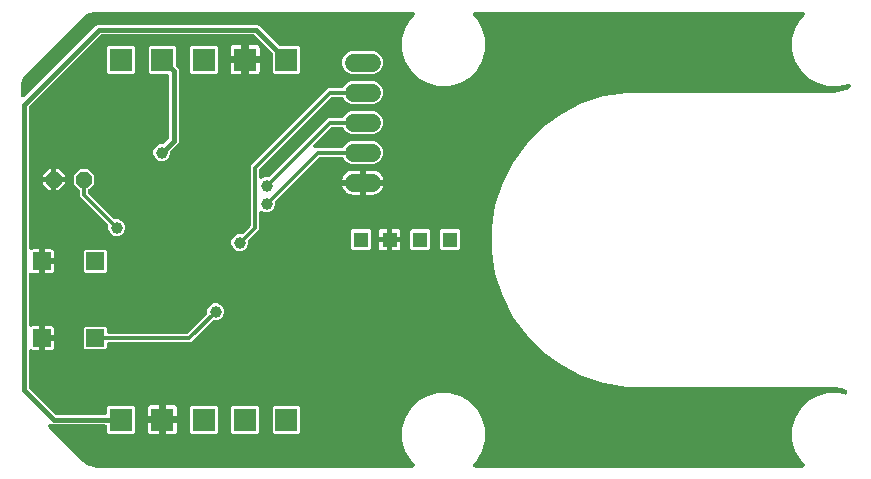
<source format=gbr>
G04 EAGLE Gerber RS-274X export*
G75*
%MOMM*%
%FSLAX34Y34*%
%LPD*%
%INBottom Copper*%
%IPPOS*%
%AMOC8*
5,1,8,0,0,1.08239X$1,22.5*%
G01*
%ADD10C,1.524000*%
%ADD11P,1.429621X8X202.500000*%
%ADD12R,1.308000X1.308000*%
%ADD13R,1.508000X1.508000*%
%ADD14R,1.950000X1.950000*%
%ADD15C,1.006400*%
%ADD16C,0.406400*%
%ADD17C,0.304800*%

G36*
X341619Y10162D02*
X341619Y10162D01*
X341628Y10161D01*
X341820Y10182D01*
X342011Y10201D01*
X342020Y10203D01*
X342029Y10204D01*
X342211Y10262D01*
X342396Y10319D01*
X342404Y10323D01*
X342413Y10326D01*
X342581Y10419D01*
X342750Y10511D01*
X342757Y10516D01*
X342765Y10521D01*
X342912Y10645D01*
X343059Y10768D01*
X343065Y10775D01*
X343072Y10781D01*
X343191Y10932D01*
X343312Y11082D01*
X343316Y11090D01*
X343321Y11097D01*
X343409Y11270D01*
X343497Y11439D01*
X343500Y11448D01*
X343504Y11456D01*
X343556Y11642D01*
X343609Y11826D01*
X343609Y11835D01*
X343612Y11844D01*
X343626Y12037D01*
X343642Y12228D01*
X343641Y12236D01*
X343641Y12245D01*
X343617Y12438D01*
X343595Y12627D01*
X343592Y12636D01*
X343591Y12645D01*
X343529Y12828D01*
X343470Y13010D01*
X343465Y13018D01*
X343463Y13026D01*
X343366Y13193D01*
X343272Y13361D01*
X343266Y13368D01*
X343262Y13375D01*
X343047Y13628D01*
X340164Y16511D01*
X335535Y24529D01*
X333139Y33471D01*
X333139Y42729D01*
X335535Y51671D01*
X340164Y59689D01*
X346711Y66236D01*
X354729Y70865D01*
X363671Y73261D01*
X372929Y73261D01*
X381871Y70865D01*
X389889Y66236D01*
X396436Y59689D01*
X401065Y51671D01*
X403461Y42729D01*
X403461Y33471D01*
X401065Y24529D01*
X396436Y16511D01*
X393553Y13628D01*
X393547Y13621D01*
X393541Y13616D01*
X393420Y13466D01*
X393298Y13317D01*
X393294Y13309D01*
X393288Y13302D01*
X393200Y13132D01*
X393109Y12961D01*
X393107Y12952D01*
X393103Y12945D01*
X393050Y12760D01*
X392995Y12575D01*
X392994Y12566D01*
X392991Y12558D01*
X392976Y12367D01*
X392958Y12174D01*
X392959Y12165D01*
X392958Y12156D01*
X392981Y11967D01*
X393002Y11774D01*
X393004Y11765D01*
X393005Y11757D01*
X393065Y11575D01*
X393123Y11390D01*
X393127Y11382D01*
X393130Y11374D01*
X393225Y11205D01*
X393318Y11038D01*
X393324Y11031D01*
X393328Y11023D01*
X393454Y10877D01*
X393578Y10731D01*
X393585Y10725D01*
X393591Y10718D01*
X393743Y10601D01*
X393894Y10481D01*
X393902Y10477D01*
X393909Y10472D01*
X394082Y10386D01*
X394253Y10299D01*
X394262Y10296D01*
X394270Y10292D01*
X394456Y10242D01*
X394641Y10191D01*
X394650Y10190D01*
X394659Y10188D01*
X394989Y10161D01*
X671811Y10161D01*
X671819Y10162D01*
X671828Y10161D01*
X672020Y10182D01*
X672211Y10201D01*
X672220Y10203D01*
X672229Y10204D01*
X672411Y10262D01*
X672596Y10319D01*
X672604Y10323D01*
X672613Y10326D01*
X672781Y10419D01*
X672950Y10511D01*
X672957Y10516D01*
X672965Y10521D01*
X673112Y10645D01*
X673259Y10768D01*
X673265Y10775D01*
X673272Y10781D01*
X673391Y10932D01*
X673512Y11082D01*
X673516Y11090D01*
X673521Y11097D01*
X673609Y11270D01*
X673697Y11439D01*
X673700Y11448D01*
X673704Y11456D01*
X673756Y11642D01*
X673809Y11826D01*
X673809Y11835D01*
X673812Y11844D01*
X673826Y12037D01*
X673842Y12228D01*
X673841Y12236D01*
X673841Y12245D01*
X673817Y12438D01*
X673795Y12627D01*
X673792Y12636D01*
X673791Y12645D01*
X673729Y12828D01*
X673670Y13010D01*
X673665Y13018D01*
X673663Y13026D01*
X673566Y13193D01*
X673472Y13361D01*
X673466Y13368D01*
X673462Y13375D01*
X673247Y13628D01*
X670364Y16511D01*
X665735Y24529D01*
X663339Y33471D01*
X663339Y42729D01*
X665735Y51671D01*
X670364Y59689D01*
X676911Y66236D01*
X684929Y70865D01*
X693871Y73261D01*
X703129Y73261D01*
X707558Y72074D01*
X707693Y72052D01*
X707827Y72021D01*
X707891Y72019D01*
X707955Y72009D01*
X708092Y72014D01*
X708230Y72010D01*
X708293Y72021D01*
X708357Y72023D01*
X708491Y72055D01*
X708626Y72079D01*
X708686Y72102D01*
X708749Y72117D01*
X708873Y72175D01*
X709002Y72224D01*
X709056Y72259D01*
X709114Y72286D01*
X709225Y72367D01*
X709341Y72441D01*
X709387Y72486D01*
X709439Y72524D01*
X709532Y72625D01*
X709631Y72720D01*
X709667Y72773D01*
X709711Y72821D01*
X709782Y72939D01*
X709860Y73051D01*
X709885Y73111D01*
X709919Y73166D01*
X709965Y73295D01*
X710019Y73421D01*
X710033Y73484D01*
X710054Y73545D01*
X710074Y73681D01*
X710103Y73815D01*
X710103Y73879D01*
X710112Y73943D01*
X710105Y74080D01*
X710106Y74218D01*
X710094Y74281D01*
X710091Y74345D01*
X710057Y74478D01*
X710031Y74613D01*
X710007Y74673D01*
X709991Y74735D01*
X709931Y74859D01*
X709879Y74986D01*
X709843Y75040D01*
X709815Y75098D01*
X709732Y75207D01*
X709656Y75321D01*
X709611Y75367D01*
X709572Y75418D01*
X709469Y75509D01*
X709372Y75606D01*
X709311Y75649D01*
X709270Y75685D01*
X709201Y75725D01*
X709099Y75795D01*
X708159Y76338D01*
X708068Y76379D01*
X707981Y76429D01*
X707864Y76471D01*
X707792Y76504D01*
X707738Y76516D01*
X707669Y76541D01*
X700616Y78431D01*
X700583Y78436D01*
X700552Y78447D01*
X700223Y78496D01*
X696573Y78735D01*
X696516Y78733D01*
X696440Y78739D01*
X523605Y78739D01*
X504255Y81804D01*
X485623Y87858D01*
X468168Y96752D01*
X452319Y108267D01*
X438467Y122119D01*
X426952Y137968D01*
X418058Y155424D01*
X412004Y174055D01*
X408939Y193405D01*
X408939Y212995D01*
X412004Y232345D01*
X418058Y250977D01*
X426952Y268432D01*
X438467Y284281D01*
X452319Y298133D01*
X468168Y309648D01*
X485623Y318542D01*
X504255Y324596D01*
X523605Y327661D01*
X698500Y327661D01*
X698556Y327666D01*
X698633Y327665D01*
X702015Y327887D01*
X702048Y327892D01*
X702081Y327892D01*
X702407Y327952D01*
X708940Y329702D01*
X709034Y329737D01*
X709130Y329763D01*
X709242Y329816D01*
X709317Y329844D01*
X709363Y329873D01*
X709430Y329905D01*
X711979Y331376D01*
X712036Y331418D01*
X712092Y331448D01*
X712139Y331487D01*
X712207Y331529D01*
X712253Y331574D01*
X712306Y331611D01*
X712367Y331677D01*
X712401Y331706D01*
X712429Y331740D01*
X712499Y331806D01*
X712536Y331859D01*
X712580Y331906D01*
X712636Y331998D01*
X712654Y332020D01*
X712666Y332043D01*
X712731Y332135D01*
X712757Y332194D01*
X712791Y332249D01*
X712834Y332366D01*
X712839Y332377D01*
X712843Y332388D01*
X712894Y332504D01*
X712907Y332567D01*
X712930Y332627D01*
X712951Y332763D01*
X712980Y332897D01*
X712981Y332961D01*
X712991Y333025D01*
X712985Y333162D01*
X712988Y333299D01*
X712976Y333363D01*
X712973Y333427D01*
X712940Y333560D01*
X712916Y333695D01*
X712892Y333755D01*
X712876Y333818D01*
X712818Y333942D01*
X712767Y334070D01*
X712732Y334124D01*
X712704Y334182D01*
X712622Y334292D01*
X712547Y334407D01*
X712502Y334453D01*
X712464Y334505D01*
X712362Y334596D01*
X712265Y334694D01*
X712212Y334731D01*
X712164Y334774D01*
X712046Y334844D01*
X711932Y334921D01*
X711873Y334946D01*
X711817Y334978D01*
X711688Y335024D01*
X711561Y335077D01*
X711498Y335090D01*
X711437Y335111D01*
X711301Y335129D01*
X711294Y335131D01*
X711283Y335134D01*
X711277Y335134D01*
X711166Y335157D01*
X711102Y335157D01*
X711038Y335165D01*
X710958Y335160D01*
X710953Y335161D01*
X710941Y335161D01*
X710901Y335157D01*
X710764Y335157D01*
X710691Y335144D01*
X710636Y335140D01*
X710577Y335125D01*
X710540Y335121D01*
X710503Y335109D01*
X710437Y335098D01*
X703129Y333139D01*
X693871Y333139D01*
X684929Y335535D01*
X676911Y340164D01*
X670364Y346711D01*
X665735Y354729D01*
X663339Y363671D01*
X663339Y372929D01*
X665735Y381871D01*
X670364Y389889D01*
X673247Y392772D01*
X673253Y392779D01*
X673259Y392784D01*
X673380Y392934D01*
X673502Y393083D01*
X673506Y393091D01*
X673512Y393098D01*
X673600Y393268D01*
X673691Y393439D01*
X673693Y393448D01*
X673697Y393455D01*
X673750Y393640D01*
X673805Y393825D01*
X673806Y393834D01*
X673809Y393842D01*
X673824Y394033D01*
X673842Y394226D01*
X673841Y394235D01*
X673842Y394244D01*
X673819Y394433D01*
X673798Y394626D01*
X673796Y394635D01*
X673795Y394643D01*
X673735Y394825D01*
X673677Y395010D01*
X673673Y395018D01*
X673670Y395026D01*
X673575Y395195D01*
X673482Y395362D01*
X673476Y395369D01*
X673472Y395377D01*
X673346Y395523D01*
X673222Y395669D01*
X673215Y395675D01*
X673209Y395682D01*
X673057Y395799D01*
X672906Y395919D01*
X672898Y395923D01*
X672891Y395928D01*
X672719Y396014D01*
X672547Y396101D01*
X672538Y396104D01*
X672530Y396108D01*
X672344Y396158D01*
X672159Y396209D01*
X672150Y396210D01*
X672141Y396212D01*
X671811Y396239D01*
X394989Y396239D01*
X394981Y396238D01*
X394972Y396239D01*
X394780Y396218D01*
X394589Y396199D01*
X394580Y396197D01*
X394571Y396196D01*
X394389Y396138D01*
X394204Y396081D01*
X394196Y396077D01*
X394187Y396074D01*
X394019Y395981D01*
X393850Y395889D01*
X393843Y395884D01*
X393835Y395879D01*
X393688Y395755D01*
X393541Y395632D01*
X393535Y395625D01*
X393528Y395619D01*
X393409Y395468D01*
X393288Y395318D01*
X393284Y395310D01*
X393279Y395303D01*
X393191Y395130D01*
X393103Y394961D01*
X393100Y394952D01*
X393096Y394944D01*
X393044Y394758D01*
X392991Y394574D01*
X392991Y394565D01*
X392988Y394556D01*
X392974Y394363D01*
X392958Y394172D01*
X392959Y394164D01*
X392959Y394155D01*
X392983Y393962D01*
X393005Y393773D01*
X393008Y393764D01*
X393009Y393755D01*
X393071Y393572D01*
X393130Y393390D01*
X393135Y393382D01*
X393137Y393374D01*
X393235Y393205D01*
X393328Y393039D01*
X393334Y393032D01*
X393338Y393025D01*
X393553Y392772D01*
X396436Y389889D01*
X401065Y381871D01*
X403461Y372929D01*
X403461Y363671D01*
X401065Y354729D01*
X396436Y346711D01*
X389889Y340164D01*
X381871Y335535D01*
X372929Y333139D01*
X363671Y333139D01*
X354729Y335535D01*
X346711Y340164D01*
X340164Y346711D01*
X335535Y354729D01*
X333139Y363671D01*
X333139Y372929D01*
X335535Y381871D01*
X340164Y389889D01*
X343047Y392772D01*
X343053Y392779D01*
X343059Y392784D01*
X343180Y392934D01*
X343302Y393083D01*
X343306Y393091D01*
X343312Y393098D01*
X343400Y393268D01*
X343491Y393439D01*
X343493Y393448D01*
X343497Y393455D01*
X343550Y393640D01*
X343605Y393825D01*
X343606Y393834D01*
X343609Y393842D01*
X343624Y394033D01*
X343642Y394226D01*
X343641Y394235D01*
X343642Y394244D01*
X343619Y394433D01*
X343598Y394626D01*
X343596Y394635D01*
X343595Y394643D01*
X343535Y394825D01*
X343477Y395010D01*
X343473Y395018D01*
X343470Y395026D01*
X343375Y395195D01*
X343282Y395362D01*
X343276Y395369D01*
X343272Y395377D01*
X343146Y395523D01*
X343022Y395669D01*
X343015Y395675D01*
X343009Y395682D01*
X342857Y395799D01*
X342706Y395919D01*
X342698Y395923D01*
X342691Y395928D01*
X342519Y396014D01*
X342347Y396101D01*
X342338Y396104D01*
X342330Y396108D01*
X342144Y396158D01*
X341959Y396209D01*
X341950Y396210D01*
X341941Y396212D01*
X341611Y396239D01*
X74021Y396239D01*
X73965Y396234D01*
X73888Y396235D01*
X72164Y396122D01*
X72131Y396116D01*
X72098Y396116D01*
X71771Y396057D01*
X68441Y395165D01*
X68347Y395129D01*
X68251Y395104D01*
X68139Y395051D01*
X68064Y395022D01*
X68018Y394993D01*
X67951Y394962D01*
X64965Y393238D01*
X64938Y393218D01*
X64908Y393204D01*
X64642Y393006D01*
X63343Y391867D01*
X63304Y391826D01*
X63245Y391776D01*
X14624Y343155D01*
X14588Y343111D01*
X14533Y343057D01*
X13394Y341758D01*
X13374Y341731D01*
X13351Y341708D01*
X13162Y341435D01*
X11438Y338449D01*
X11397Y338358D01*
X11347Y338271D01*
X11305Y338155D01*
X11272Y338082D01*
X11260Y338029D01*
X11235Y337959D01*
X10343Y334629D01*
X10338Y334596D01*
X10327Y334564D01*
X10278Y334236D01*
X10165Y332512D01*
X10167Y332455D01*
X10161Y332379D01*
X10161Y325613D01*
X10162Y325604D01*
X10161Y325595D01*
X10182Y325402D01*
X10201Y325212D01*
X10203Y325204D01*
X10204Y325195D01*
X10263Y325010D01*
X10319Y324827D01*
X10323Y324820D01*
X10326Y324811D01*
X10419Y324643D01*
X10511Y324473D01*
X10516Y324467D01*
X10521Y324459D01*
X10645Y324312D01*
X10768Y324164D01*
X10775Y324159D01*
X10781Y324152D01*
X10933Y324032D01*
X11082Y323912D01*
X11090Y323908D01*
X11097Y323902D01*
X11270Y323814D01*
X11439Y323726D01*
X11448Y323724D01*
X11456Y323720D01*
X11642Y323668D01*
X11826Y323615D01*
X11835Y323614D01*
X11844Y323612D01*
X12037Y323598D01*
X12228Y323582D01*
X12236Y323583D01*
X12245Y323582D01*
X12438Y323607D01*
X12627Y323629D01*
X12636Y323632D01*
X12645Y323633D01*
X12827Y323694D01*
X13010Y323754D01*
X13018Y323758D01*
X13026Y323761D01*
X13193Y323857D01*
X13361Y323952D01*
X13368Y323957D01*
X13375Y323962D01*
X13628Y324177D01*
X72468Y383017D01*
X73898Y384446D01*
X75391Y385065D01*
X210509Y385065D01*
X212002Y384446D01*
X228471Y367978D01*
X228491Y367961D01*
X228509Y367940D01*
X228647Y367833D01*
X228782Y367723D01*
X228806Y367710D01*
X228827Y367694D01*
X228984Y367616D01*
X229138Y367534D01*
X229163Y367526D01*
X229188Y367514D01*
X229357Y367469D01*
X229524Y367419D01*
X229550Y367417D01*
X229576Y367410D01*
X229907Y367383D01*
X245692Y367383D01*
X246883Y366192D01*
X246883Y345008D01*
X245692Y343817D01*
X224508Y343817D01*
X223317Y345008D01*
X223317Y360793D01*
X223315Y360820D01*
X223317Y360846D01*
X223295Y361020D01*
X223277Y361194D01*
X223270Y361219D01*
X223266Y361246D01*
X223211Y361411D01*
X223159Y361578D01*
X223146Y361602D01*
X223138Y361627D01*
X223051Y361779D01*
X222967Y361933D01*
X222950Y361953D01*
X222937Y361976D01*
X222722Y362229D01*
X208611Y376340D01*
X208591Y376357D01*
X208573Y376378D01*
X208435Y376485D01*
X208300Y376595D01*
X208276Y376608D01*
X208255Y376624D01*
X208098Y376702D01*
X207944Y376784D01*
X207919Y376792D01*
X207894Y376804D01*
X207725Y376849D01*
X207558Y376899D01*
X207532Y376901D01*
X207506Y376908D01*
X207175Y376935D01*
X78725Y376935D01*
X78698Y376933D01*
X78672Y376935D01*
X78498Y376913D01*
X78324Y376895D01*
X78299Y376888D01*
X78272Y376884D01*
X78107Y376829D01*
X77940Y376777D01*
X77916Y376764D01*
X77891Y376756D01*
X77739Y376669D01*
X77585Y376585D01*
X77565Y376568D01*
X77542Y376555D01*
X77289Y376340D01*
X17360Y316411D01*
X17343Y316391D01*
X17322Y316373D01*
X17215Y316235D01*
X17105Y316100D01*
X17092Y316076D01*
X17076Y316055D01*
X16998Y315898D01*
X16916Y315744D01*
X16908Y315719D01*
X16896Y315694D01*
X16851Y315525D01*
X16801Y315358D01*
X16799Y315332D01*
X16792Y315306D01*
X16765Y314975D01*
X16765Y196585D01*
X16779Y196440D01*
X16786Y196294D01*
X16799Y196240D01*
X16805Y196185D01*
X16847Y196045D01*
X16883Y195903D01*
X16906Y195853D01*
X16923Y195800D01*
X16992Y195671D01*
X17055Y195539D01*
X17088Y195495D01*
X17115Y195446D01*
X17208Y195334D01*
X17296Y195216D01*
X17337Y195179D01*
X17372Y195137D01*
X17486Y195045D01*
X17595Y194947D01*
X17643Y194919D01*
X17686Y194884D01*
X17816Y194817D01*
X17942Y194742D01*
X17994Y194724D01*
X18043Y194699D01*
X18184Y194658D01*
X18322Y194610D01*
X18377Y194603D01*
X18430Y194587D01*
X18576Y194575D01*
X18721Y194555D01*
X18776Y194559D01*
X18832Y194554D01*
X18976Y194571D01*
X19123Y194581D01*
X19176Y194595D01*
X19231Y194601D01*
X19370Y194647D01*
X19512Y194684D01*
X19569Y194711D01*
X19614Y194726D01*
X19687Y194767D01*
X19763Y194803D01*
X20425Y194981D01*
X25801Y194981D01*
X25801Y185368D01*
X25802Y185350D01*
X25801Y185333D01*
X25822Y185150D01*
X25841Y184968D01*
X25846Y184951D01*
X25848Y184933D01*
X25861Y184892D01*
X25834Y184798D01*
X25832Y184780D01*
X25828Y184763D01*
X25801Y184432D01*
X25801Y174819D01*
X20425Y174819D01*
X19757Y174998D01*
X19678Y175034D01*
X19549Y175101D01*
X19495Y175117D01*
X19445Y175139D01*
X19302Y175172D01*
X19162Y175213D01*
X19106Y175217D01*
X19052Y175230D01*
X18906Y175234D01*
X18760Y175246D01*
X18705Y175239D01*
X18650Y175241D01*
X18506Y175216D01*
X18361Y175199D01*
X18308Y175181D01*
X18253Y175172D01*
X18117Y175119D01*
X17978Y175074D01*
X17929Y175047D01*
X17878Y175027D01*
X17755Y174948D01*
X17627Y174876D01*
X17585Y174840D01*
X17538Y174810D01*
X17433Y174708D01*
X17322Y174613D01*
X17289Y174569D01*
X17249Y174530D01*
X17165Y174410D01*
X17076Y174295D01*
X17051Y174245D01*
X17019Y174199D01*
X16962Y174065D01*
X16896Y173934D01*
X16882Y173880D01*
X16860Y173830D01*
X16830Y173687D01*
X16792Y173545D01*
X16787Y173482D01*
X16777Y173436D01*
X16776Y173352D01*
X16765Y173215D01*
X16765Y131585D01*
X16779Y131440D01*
X16786Y131294D01*
X16799Y131240D01*
X16805Y131185D01*
X16847Y131045D01*
X16883Y130903D01*
X16906Y130853D01*
X16923Y130800D01*
X16992Y130671D01*
X17055Y130539D01*
X17088Y130495D01*
X17115Y130446D01*
X17208Y130334D01*
X17296Y130216D01*
X17337Y130179D01*
X17372Y130137D01*
X17486Y130045D01*
X17595Y129947D01*
X17643Y129919D01*
X17686Y129884D01*
X17816Y129817D01*
X17942Y129742D01*
X17994Y129724D01*
X18043Y129699D01*
X18184Y129658D01*
X18322Y129610D01*
X18377Y129603D01*
X18430Y129587D01*
X18576Y129575D01*
X18721Y129555D01*
X18776Y129559D01*
X18832Y129554D01*
X18976Y129571D01*
X19123Y129581D01*
X19176Y129595D01*
X19231Y129601D01*
X19370Y129647D01*
X19512Y129684D01*
X19569Y129711D01*
X19614Y129726D01*
X19687Y129767D01*
X19763Y129803D01*
X20425Y129981D01*
X25801Y129981D01*
X25801Y120368D01*
X25802Y120350D01*
X25801Y120333D01*
X25822Y120150D01*
X25841Y119968D01*
X25846Y119951D01*
X25848Y119933D01*
X25861Y119892D01*
X25834Y119798D01*
X25832Y119780D01*
X25828Y119763D01*
X25801Y119432D01*
X25801Y109819D01*
X20425Y109819D01*
X19757Y109998D01*
X19678Y110034D01*
X19549Y110101D01*
X19495Y110117D01*
X19445Y110139D01*
X19302Y110172D01*
X19162Y110213D01*
X19106Y110217D01*
X19052Y110230D01*
X18906Y110234D01*
X18760Y110246D01*
X18705Y110239D01*
X18650Y110241D01*
X18506Y110216D01*
X18361Y110199D01*
X18308Y110181D01*
X18253Y110172D01*
X18117Y110119D01*
X17978Y110074D01*
X17929Y110047D01*
X17878Y110027D01*
X17755Y109948D01*
X17627Y109876D01*
X17585Y109840D01*
X17538Y109810D01*
X17433Y109708D01*
X17322Y109613D01*
X17289Y109569D01*
X17249Y109530D01*
X17165Y109410D01*
X17076Y109295D01*
X17051Y109245D01*
X17019Y109199D01*
X16962Y109065D01*
X16896Y108934D01*
X16882Y108880D01*
X16860Y108830D01*
X16830Y108687D01*
X16792Y108545D01*
X16787Y108482D01*
X16777Y108436D01*
X16776Y108352D01*
X16765Y108215D01*
X16765Y78725D01*
X16767Y78698D01*
X16765Y78672D01*
X16787Y78498D01*
X16805Y78324D01*
X16812Y78299D01*
X16816Y78272D01*
X16871Y78107D01*
X16923Y77940D01*
X16936Y77916D01*
X16944Y77891D01*
X17031Y77739D01*
X17115Y77585D01*
X17132Y77565D01*
X17145Y77542D01*
X17360Y77289D01*
X39189Y55460D01*
X39209Y55443D01*
X39227Y55422D01*
X39365Y55315D01*
X39500Y55205D01*
X39524Y55192D01*
X39545Y55176D01*
X39702Y55098D01*
X39856Y55016D01*
X39881Y55008D01*
X39906Y54996D01*
X40075Y54951D01*
X40242Y54901D01*
X40268Y54899D01*
X40294Y54892D01*
X40625Y54865D01*
X81286Y54865D01*
X81304Y54867D01*
X81322Y54865D01*
X81504Y54886D01*
X81687Y54905D01*
X81704Y54910D01*
X81721Y54912D01*
X81896Y54969D01*
X82072Y55023D01*
X82087Y55031D01*
X82104Y55037D01*
X82264Y55127D01*
X82426Y55215D01*
X82439Y55226D01*
X82455Y55235D01*
X82594Y55355D01*
X82735Y55472D01*
X82746Y55486D01*
X82760Y55498D01*
X82872Y55643D01*
X82987Y55786D01*
X82995Y55802D01*
X83006Y55816D01*
X83088Y55981D01*
X83173Y56143D01*
X83178Y56160D01*
X83186Y56176D01*
X83233Y56355D01*
X83284Y56530D01*
X83286Y56548D01*
X83290Y56565D01*
X83317Y56896D01*
X83317Y61392D01*
X84508Y62583D01*
X105692Y62583D01*
X106883Y61392D01*
X106883Y40208D01*
X105692Y39017D01*
X84508Y39017D01*
X83317Y40208D01*
X83317Y44704D01*
X83316Y44716D01*
X83317Y44728D01*
X83316Y44732D01*
X83317Y44740D01*
X83296Y44922D01*
X83277Y45105D01*
X83272Y45122D01*
X83270Y45139D01*
X83213Y45314D01*
X83159Y45490D01*
X83151Y45505D01*
X83145Y45522D01*
X83055Y45682D01*
X82967Y45844D01*
X82956Y45857D01*
X82947Y45873D01*
X82827Y46012D01*
X82710Y46153D01*
X82696Y46164D01*
X82684Y46178D01*
X82539Y46290D01*
X82396Y46405D01*
X82380Y46413D01*
X82366Y46424D01*
X82201Y46506D01*
X82039Y46591D01*
X82022Y46596D01*
X82006Y46604D01*
X81827Y46651D01*
X81652Y46702D01*
X81634Y46704D01*
X81617Y46708D01*
X81286Y46735D01*
X37291Y46735D01*
X36215Y47181D01*
X36210Y47183D01*
X36206Y47185D01*
X36020Y47240D01*
X35829Y47298D01*
X35825Y47298D01*
X35821Y47299D01*
X35622Y47317D01*
X35429Y47336D01*
X35424Y47335D01*
X35420Y47336D01*
X35217Y47314D01*
X35028Y47294D01*
X35024Y47293D01*
X35019Y47292D01*
X34827Y47232D01*
X34644Y47174D01*
X34640Y47172D01*
X34636Y47171D01*
X34462Y47075D01*
X34290Y46981D01*
X34287Y46978D01*
X34283Y46976D01*
X34133Y46849D01*
X33982Y46722D01*
X33980Y46719D01*
X33976Y46716D01*
X33853Y46560D01*
X33731Y46407D01*
X33729Y46403D01*
X33727Y46400D01*
X33637Y46223D01*
X33547Y46049D01*
X33546Y46045D01*
X33544Y46041D01*
X33489Y45844D01*
X33438Y45662D01*
X33437Y45657D01*
X33436Y45653D01*
X33421Y45445D01*
X33407Y45260D01*
X33407Y45256D01*
X33407Y45251D01*
X33432Y45051D01*
X33455Y44861D01*
X33457Y44856D01*
X33457Y44852D01*
X33520Y44665D01*
X33582Y44478D01*
X33584Y44474D01*
X33585Y44470D01*
X33684Y44300D01*
X33781Y44129D01*
X33784Y44125D01*
X33786Y44121D01*
X34001Y43868D01*
X63245Y14624D01*
X63289Y14588D01*
X63343Y14533D01*
X64642Y13394D01*
X64669Y13374D01*
X64692Y13351D01*
X64965Y13162D01*
X67951Y11438D01*
X68042Y11397D01*
X68129Y11347D01*
X68245Y11305D01*
X68318Y11272D01*
X68371Y11260D01*
X68441Y11235D01*
X71771Y10343D01*
X71804Y10338D01*
X71836Y10327D01*
X72164Y10278D01*
X73888Y10165D01*
X73945Y10167D01*
X74021Y10161D01*
X341611Y10161D01*
X341619Y10162D01*
G37*
%LPC*%
G36*
X194175Y193595D02*
X194175Y193595D01*
X191578Y194671D01*
X189591Y196658D01*
X188515Y199255D01*
X188515Y202065D01*
X189591Y204662D01*
X191578Y206649D01*
X194175Y207725D01*
X196773Y207725D01*
X196800Y207727D01*
X196827Y207725D01*
X197001Y207747D01*
X197174Y207765D01*
X197199Y207772D01*
X197226Y207776D01*
X197392Y207831D01*
X197559Y207883D01*
X197582Y207896D01*
X197608Y207904D01*
X197759Y207991D01*
X197913Y208075D01*
X197933Y208092D01*
X197957Y208105D01*
X198210Y208320D01*
X204128Y214238D01*
X204145Y214259D01*
X204166Y214277D01*
X204273Y214414D01*
X204383Y214550D01*
X204396Y214573D01*
X204412Y214595D01*
X204490Y214752D01*
X204572Y214906D01*
X204580Y214931D01*
X204592Y214955D01*
X204637Y215125D01*
X204687Y215291D01*
X204689Y215318D01*
X204696Y215344D01*
X204723Y215675D01*
X204723Y265633D01*
X270307Y331217D01*
X281768Y331217D01*
X281790Y331219D01*
X281812Y331217D01*
X281990Y331239D01*
X282169Y331257D01*
X282190Y331263D01*
X282212Y331266D01*
X282383Y331322D01*
X282553Y331375D01*
X282573Y331385D01*
X282594Y331392D01*
X282750Y331481D01*
X282908Y331567D01*
X282925Y331581D01*
X282944Y331592D01*
X283079Y331710D01*
X283217Y331824D01*
X283231Y331842D01*
X283248Y331856D01*
X283357Y331998D01*
X283469Y332138D01*
X283479Y332158D01*
X283493Y332175D01*
X283645Y332471D01*
X283917Y333128D01*
X286632Y335843D01*
X290180Y337313D01*
X309260Y337313D01*
X312808Y335843D01*
X315523Y333128D01*
X316993Y329580D01*
X316993Y325740D01*
X315523Y322192D01*
X312808Y319477D01*
X309260Y318007D01*
X290180Y318007D01*
X286632Y319477D01*
X283917Y322192D01*
X283645Y322849D01*
X283634Y322869D01*
X283627Y322890D01*
X283539Y323046D01*
X283454Y323204D01*
X283440Y323221D01*
X283429Y323241D01*
X283312Y323376D01*
X283198Y323515D01*
X283181Y323529D01*
X283166Y323546D01*
X283025Y323655D01*
X282885Y323768D01*
X282866Y323779D01*
X282848Y323792D01*
X282688Y323872D01*
X282529Y323955D01*
X282507Y323962D01*
X282487Y323972D01*
X282314Y324018D01*
X282142Y324068D01*
X282120Y324070D01*
X282099Y324076D01*
X281768Y324103D01*
X274095Y324103D01*
X274068Y324101D01*
X274041Y324103D01*
X273867Y324081D01*
X273694Y324063D01*
X273669Y324056D01*
X273642Y324052D01*
X273476Y323997D01*
X273309Y323945D01*
X273286Y323932D01*
X273260Y323924D01*
X273109Y323837D01*
X272955Y323753D01*
X272935Y323736D01*
X272911Y323723D01*
X272658Y323508D01*
X212432Y263282D01*
X212415Y263261D01*
X212394Y263243D01*
X212287Y263106D01*
X212177Y262970D01*
X212164Y262947D01*
X212148Y262925D01*
X212070Y262768D01*
X211988Y262614D01*
X211980Y262589D01*
X211968Y262565D01*
X211923Y262395D01*
X211873Y262229D01*
X211871Y262202D01*
X211864Y262176D01*
X211837Y261845D01*
X211837Y256872D01*
X211838Y256858D01*
X211837Y256845D01*
X211858Y256659D01*
X211877Y256471D01*
X211881Y256458D01*
X211882Y256445D01*
X211939Y256267D01*
X211995Y256086D01*
X212001Y256074D01*
X212005Y256062D01*
X212097Y255897D01*
X212187Y255732D01*
X212195Y255722D01*
X212202Y255710D01*
X212325Y255566D01*
X212444Y255423D01*
X212455Y255414D01*
X212463Y255404D01*
X212612Y255288D01*
X212758Y255170D01*
X212770Y255164D01*
X212780Y255156D01*
X212950Y255071D01*
X213115Y254985D01*
X213128Y254981D01*
X213140Y254975D01*
X213322Y254925D01*
X213502Y254874D01*
X213516Y254872D01*
X213529Y254869D01*
X213715Y254856D01*
X213904Y254841D01*
X213917Y254842D01*
X213930Y254841D01*
X214117Y254866D01*
X214303Y254888D01*
X214316Y254892D01*
X214329Y254893D01*
X214645Y254995D01*
X217035Y255985D01*
X219633Y255985D01*
X219660Y255987D01*
X219687Y255985D01*
X219861Y256007D01*
X220034Y256025D01*
X220059Y256032D01*
X220086Y256036D01*
X220252Y256091D01*
X220419Y256143D01*
X220442Y256156D01*
X220468Y256164D01*
X220619Y256251D01*
X220773Y256335D01*
X220793Y256352D01*
X220817Y256365D01*
X221070Y256580D01*
X270307Y305817D01*
X281768Y305817D01*
X281790Y305819D01*
X281812Y305817D01*
X281990Y305839D01*
X282169Y305857D01*
X282190Y305863D01*
X282212Y305866D01*
X282383Y305922D01*
X282553Y305975D01*
X282573Y305985D01*
X282594Y305992D01*
X282750Y306081D01*
X282908Y306167D01*
X282925Y306181D01*
X282944Y306192D01*
X283079Y306310D01*
X283217Y306424D01*
X283231Y306442D01*
X283248Y306456D01*
X283357Y306598D01*
X283469Y306738D01*
X283479Y306758D01*
X283493Y306775D01*
X283645Y307071D01*
X283917Y307728D01*
X286632Y310443D01*
X287841Y310944D01*
X290180Y311913D01*
X309260Y311913D01*
X312808Y310443D01*
X315523Y307728D01*
X316993Y304180D01*
X316993Y300340D01*
X315523Y296792D01*
X312808Y294077D01*
X309260Y292607D01*
X290180Y292607D01*
X286632Y294077D01*
X283917Y296792D01*
X283645Y297449D01*
X283634Y297469D01*
X283627Y297490D01*
X283539Y297646D01*
X283454Y297804D01*
X283440Y297821D01*
X283429Y297841D01*
X283312Y297976D01*
X283198Y298115D01*
X283181Y298129D01*
X283166Y298146D01*
X283025Y298255D01*
X282885Y298368D01*
X282866Y298379D01*
X282848Y298392D01*
X282688Y298472D01*
X282529Y298555D01*
X282507Y298562D01*
X282487Y298572D01*
X282314Y298618D01*
X282142Y298668D01*
X282120Y298670D01*
X282099Y298676D01*
X281768Y298703D01*
X274095Y298703D01*
X274068Y298701D01*
X274041Y298703D01*
X273867Y298681D01*
X273694Y298663D01*
X273669Y298656D01*
X273642Y298652D01*
X273476Y298597D01*
X273309Y298545D01*
X273286Y298532D01*
X273260Y298524D01*
X273109Y298437D01*
X272955Y298353D01*
X272935Y298336D01*
X272911Y298323D01*
X272658Y298108D01*
X258434Y283884D01*
X258429Y283877D01*
X258422Y283872D01*
X258301Y283722D01*
X258179Y283573D01*
X258175Y283565D01*
X258169Y283558D01*
X258081Y283388D01*
X257991Y283217D01*
X257988Y283208D01*
X257984Y283201D01*
X257931Y283016D01*
X257876Y282831D01*
X257875Y282822D01*
X257873Y282814D01*
X257857Y282621D01*
X257839Y282430D01*
X257840Y282421D01*
X257840Y282412D01*
X257862Y282223D01*
X257883Y282030D01*
X257886Y282021D01*
X257887Y282013D01*
X257946Y281831D01*
X258004Y281646D01*
X258009Y281638D01*
X258011Y281630D01*
X258106Y281461D01*
X258199Y281294D01*
X258205Y281287D01*
X258209Y281279D01*
X258335Y281133D01*
X258460Y280987D01*
X258467Y280981D01*
X258472Y280974D01*
X258624Y280857D01*
X258776Y280737D01*
X258784Y280733D01*
X258791Y280728D01*
X258963Y280642D01*
X259134Y280555D01*
X259143Y280552D01*
X259151Y280548D01*
X259338Y280498D01*
X259522Y280447D01*
X259531Y280446D01*
X259540Y280444D01*
X259871Y280417D01*
X281768Y280417D01*
X281790Y280419D01*
X281812Y280417D01*
X281990Y280439D01*
X282169Y280457D01*
X282190Y280463D01*
X282212Y280466D01*
X282383Y280522D01*
X282553Y280575D01*
X282573Y280585D01*
X282594Y280592D01*
X282750Y280681D01*
X282908Y280767D01*
X282925Y280781D01*
X282944Y280792D01*
X283079Y280910D01*
X283217Y281024D01*
X283231Y281042D01*
X283248Y281056D01*
X283357Y281198D01*
X283469Y281338D01*
X283479Y281358D01*
X283493Y281375D01*
X283645Y281671D01*
X283917Y282328D01*
X286632Y285043D01*
X290180Y286513D01*
X309260Y286513D01*
X312808Y285043D01*
X315523Y282328D01*
X316993Y278780D01*
X316993Y274940D01*
X315523Y271392D01*
X312808Y268677D01*
X309260Y267207D01*
X290180Y267207D01*
X286632Y268677D01*
X283917Y271392D01*
X283645Y272049D01*
X283634Y272069D01*
X283627Y272090D01*
X283539Y272246D01*
X283454Y272404D01*
X283440Y272421D01*
X283429Y272441D01*
X283312Y272576D01*
X283198Y272715D01*
X283181Y272729D01*
X283166Y272746D01*
X283025Y272855D01*
X282885Y272968D01*
X282866Y272979D01*
X282848Y272992D01*
X282688Y273072D01*
X282529Y273155D01*
X282507Y273162D01*
X282487Y273172D01*
X282314Y273218D01*
X282142Y273268D01*
X282120Y273270D01*
X282099Y273276D01*
X281768Y273303D01*
X263935Y273303D01*
X263908Y273301D01*
X263881Y273303D01*
X263707Y273281D01*
X263534Y273263D01*
X263509Y273256D01*
X263482Y273252D01*
X263316Y273197D01*
X263149Y273145D01*
X263126Y273132D01*
X263100Y273124D01*
X262949Y273037D01*
X262795Y272953D01*
X262775Y272936D01*
X262751Y272923D01*
X262498Y272708D01*
X226100Y236310D01*
X226083Y236289D01*
X226062Y236271D01*
X225955Y236134D01*
X225845Y235998D01*
X225832Y235975D01*
X225816Y235953D01*
X225738Y235796D01*
X225656Y235642D01*
X225648Y235617D01*
X225636Y235593D01*
X225591Y235423D01*
X225541Y235257D01*
X225539Y235230D01*
X225532Y235204D01*
X225505Y234873D01*
X225505Y232275D01*
X224429Y229678D01*
X222442Y227691D01*
X219845Y226615D01*
X217035Y226615D01*
X214645Y227605D01*
X214632Y227609D01*
X214621Y227615D01*
X214441Y227667D01*
X214260Y227721D01*
X214247Y227723D01*
X214234Y227726D01*
X214046Y227742D01*
X213859Y227760D01*
X213846Y227758D01*
X213832Y227759D01*
X213646Y227737D01*
X213459Y227718D01*
X213446Y227714D01*
X213433Y227712D01*
X213253Y227654D01*
X213074Y227598D01*
X213063Y227592D01*
X213050Y227588D01*
X212885Y227495D01*
X212721Y227405D01*
X212711Y227396D01*
X212699Y227390D01*
X212557Y227267D01*
X212413Y227146D01*
X212405Y227135D01*
X212394Y227127D01*
X212280Y226979D01*
X212162Y226831D01*
X212156Y226819D01*
X212148Y226808D01*
X212064Y226640D01*
X211978Y226473D01*
X211974Y226460D01*
X211968Y226448D01*
X211919Y226265D01*
X211868Y226085D01*
X211867Y226072D01*
X211864Y226059D01*
X211837Y225728D01*
X211837Y211887D01*
X203240Y203290D01*
X203223Y203269D01*
X203202Y203251D01*
X203095Y203114D01*
X202985Y202978D01*
X202972Y202955D01*
X202956Y202933D01*
X202878Y202776D01*
X202796Y202622D01*
X202788Y202597D01*
X202776Y202573D01*
X202731Y202403D01*
X202681Y202237D01*
X202679Y202210D01*
X202672Y202184D01*
X202645Y201853D01*
X202645Y199255D01*
X201569Y196658D01*
X199582Y194671D01*
X196985Y193595D01*
X194175Y193595D01*
G37*
%LPD*%
%LPC*%
G36*
X128135Y269795D02*
X128135Y269795D01*
X125538Y270871D01*
X123551Y272858D01*
X122475Y275455D01*
X122475Y278265D01*
X123551Y280862D01*
X125538Y282849D01*
X128135Y283925D01*
X130015Y283925D01*
X130042Y283927D01*
X130068Y283925D01*
X130242Y283947D01*
X130416Y283965D01*
X130441Y283972D01*
X130468Y283976D01*
X130633Y284031D01*
X130800Y284083D01*
X130824Y284096D01*
X130849Y284104D01*
X131001Y284191D01*
X131155Y284275D01*
X131175Y284292D01*
X131198Y284305D01*
X131451Y284520D01*
X135040Y288109D01*
X135057Y288129D01*
X135078Y288147D01*
X135185Y288285D01*
X135295Y288420D01*
X135308Y288444D01*
X135324Y288465D01*
X135402Y288622D01*
X135484Y288776D01*
X135492Y288801D01*
X135504Y288826D01*
X135549Y288995D01*
X135599Y289162D01*
X135601Y289188D01*
X135608Y289214D01*
X135635Y289545D01*
X135635Y341786D01*
X135633Y341804D01*
X135635Y341822D01*
X135614Y342004D01*
X135595Y342187D01*
X135590Y342204D01*
X135588Y342221D01*
X135531Y342396D01*
X135477Y342572D01*
X135469Y342587D01*
X135463Y342604D01*
X135373Y342764D01*
X135285Y342926D01*
X135274Y342939D01*
X135265Y342955D01*
X135145Y343094D01*
X135028Y343235D01*
X135014Y343246D01*
X135002Y343260D01*
X134857Y343372D01*
X134714Y343487D01*
X134698Y343495D01*
X134684Y343506D01*
X134519Y343588D01*
X134357Y343673D01*
X134340Y343678D01*
X134324Y343686D01*
X134145Y343733D01*
X133970Y343784D01*
X133952Y343786D01*
X133935Y343790D01*
X133604Y343817D01*
X119508Y343817D01*
X118317Y345008D01*
X118317Y366192D01*
X119508Y367383D01*
X140692Y367383D01*
X141883Y366192D01*
X141883Y350407D01*
X141885Y350380D01*
X141883Y350354D01*
X141905Y350180D01*
X141923Y350006D01*
X141931Y349981D01*
X141934Y349954D01*
X141989Y349789D01*
X142041Y349621D01*
X142054Y349598D01*
X142062Y349573D01*
X142149Y349421D01*
X142233Y349267D01*
X142250Y349247D01*
X142263Y349224D01*
X142478Y348971D01*
X143146Y348302D01*
X143765Y346809D01*
X143765Y286211D01*
X143146Y284718D01*
X137200Y278771D01*
X137183Y278751D01*
X137162Y278733D01*
X137055Y278595D01*
X136945Y278460D01*
X136932Y278436D01*
X136916Y278415D01*
X136838Y278258D01*
X136756Y278104D01*
X136748Y278079D01*
X136736Y278054D01*
X136691Y277885D01*
X136641Y277718D01*
X136639Y277692D01*
X136632Y277666D01*
X136605Y277335D01*
X136605Y275455D01*
X135529Y272858D01*
X133542Y270871D01*
X130945Y269795D01*
X128135Y269795D01*
G37*
%LPD*%
%LPC*%
G36*
X64918Y110327D02*
X64918Y110327D01*
X63727Y111518D01*
X63727Y128282D01*
X64918Y129473D01*
X81682Y129473D01*
X82873Y128282D01*
X82873Y125488D01*
X82875Y125470D01*
X82873Y125452D01*
X82894Y125270D01*
X82913Y125087D01*
X82918Y125070D01*
X82920Y125053D01*
X82977Y124878D01*
X83031Y124702D01*
X83039Y124687D01*
X83045Y124670D01*
X83135Y124510D01*
X83223Y124348D01*
X83234Y124335D01*
X83243Y124319D01*
X83363Y124180D01*
X83480Y124039D01*
X83494Y124028D01*
X83506Y124014D01*
X83651Y123902D01*
X83794Y123787D01*
X83810Y123779D01*
X83824Y123768D01*
X83989Y123686D01*
X84151Y123601D01*
X84168Y123596D01*
X84184Y123588D01*
X84363Y123541D01*
X84538Y123490D01*
X84556Y123488D01*
X84573Y123484D01*
X84904Y123457D01*
X150605Y123457D01*
X150632Y123459D01*
X150659Y123457D01*
X150833Y123479D01*
X151006Y123497D01*
X151031Y123504D01*
X151058Y123508D01*
X151224Y123563D01*
X151391Y123615D01*
X151414Y123628D01*
X151440Y123636D01*
X151591Y123723D01*
X151745Y123807D01*
X151765Y123824D01*
X151789Y123837D01*
X152042Y124052D01*
X167600Y139610D01*
X167617Y139631D01*
X167638Y139649D01*
X167745Y139786D01*
X167855Y139922D01*
X167868Y139945D01*
X167884Y139967D01*
X167962Y140124D01*
X168044Y140278D01*
X168052Y140303D01*
X168064Y140327D01*
X168109Y140497D01*
X168159Y140663D01*
X168161Y140690D01*
X168168Y140716D01*
X168195Y141047D01*
X168195Y143645D01*
X169271Y146242D01*
X171258Y148229D01*
X173855Y149305D01*
X176665Y149305D01*
X179262Y148229D01*
X181249Y146242D01*
X182325Y143645D01*
X182325Y140835D01*
X181249Y138238D01*
X179262Y136251D01*
X176665Y135175D01*
X174067Y135175D01*
X174040Y135173D01*
X174013Y135175D01*
X173839Y135153D01*
X173666Y135135D01*
X173641Y135128D01*
X173614Y135124D01*
X173448Y135069D01*
X173281Y135017D01*
X173258Y135004D01*
X173232Y134996D01*
X173081Y134909D01*
X172927Y134825D01*
X172907Y134808D01*
X172883Y134795D01*
X172630Y134580D01*
X154393Y116343D01*
X84904Y116343D01*
X84886Y116341D01*
X84868Y116343D01*
X84686Y116322D01*
X84503Y116303D01*
X84486Y116298D01*
X84469Y116296D01*
X84294Y116239D01*
X84118Y116185D01*
X84103Y116177D01*
X84086Y116171D01*
X83926Y116081D01*
X83764Y115993D01*
X83751Y115982D01*
X83735Y115973D01*
X83596Y115853D01*
X83455Y115736D01*
X83444Y115722D01*
X83430Y115710D01*
X83318Y115565D01*
X83203Y115422D01*
X83195Y115406D01*
X83184Y115392D01*
X83102Y115227D01*
X83017Y115065D01*
X83012Y115048D01*
X83004Y115032D01*
X82957Y114853D01*
X82906Y114678D01*
X82904Y114660D01*
X82900Y114643D01*
X82873Y114312D01*
X82873Y111518D01*
X81682Y110327D01*
X64918Y110327D01*
G37*
%LPD*%
%LPC*%
G36*
X90035Y206295D02*
X90035Y206295D01*
X87438Y207371D01*
X85451Y209358D01*
X84375Y211955D01*
X84375Y214553D01*
X84373Y214580D01*
X84375Y214607D01*
X84353Y214781D01*
X84335Y214954D01*
X84328Y214980D01*
X84324Y215006D01*
X84269Y215172D01*
X84217Y215339D01*
X84204Y215363D01*
X84196Y215388D01*
X84109Y215539D01*
X84025Y215693D01*
X84008Y215713D01*
X83995Y215737D01*
X83780Y215990D01*
X62622Y237148D01*
X59943Y239827D01*
X59943Y244501D01*
X59941Y244528D01*
X59943Y244554D01*
X59921Y244728D01*
X59903Y244902D01*
X59896Y244927D01*
X59892Y244954D01*
X59837Y245120D01*
X59785Y245287D01*
X59772Y245310D01*
X59764Y245336D01*
X59677Y245487D01*
X59593Y245641D01*
X59576Y245661D01*
X59563Y245684D01*
X59348Y245937D01*
X54863Y250423D01*
X54863Y257577D01*
X59923Y262637D01*
X67077Y262637D01*
X72137Y257577D01*
X72137Y250423D01*
X67652Y245937D01*
X67635Y245917D01*
X67614Y245899D01*
X67507Y245761D01*
X67397Y245626D01*
X67384Y245602D01*
X67368Y245581D01*
X67290Y245424D01*
X67208Y245270D01*
X67200Y245245D01*
X67188Y245221D01*
X67143Y245051D01*
X67093Y244884D01*
X67091Y244858D01*
X67084Y244832D01*
X67057Y244501D01*
X67057Y243615D01*
X67059Y243588D01*
X67057Y243561D01*
X67079Y243387D01*
X67097Y243214D01*
X67104Y243188D01*
X67108Y243162D01*
X67163Y242996D01*
X67215Y242829D01*
X67228Y242805D01*
X67236Y242780D01*
X67323Y242629D01*
X67407Y242475D01*
X67424Y242455D01*
X67437Y242431D01*
X67652Y242178D01*
X88810Y221020D01*
X88831Y221003D01*
X88848Y220982D01*
X88986Y220875D01*
X89122Y220765D01*
X89145Y220752D01*
X89167Y220736D01*
X89324Y220658D01*
X89478Y220576D01*
X89503Y220568D01*
X89527Y220556D01*
X89697Y220511D01*
X89863Y220461D01*
X89890Y220459D01*
X89916Y220452D01*
X90247Y220425D01*
X92845Y220425D01*
X95442Y219349D01*
X97429Y217362D01*
X98505Y214765D01*
X98505Y211955D01*
X97429Y209358D01*
X95442Y207371D01*
X92845Y206295D01*
X90035Y206295D01*
G37*
%LPD*%
%LPC*%
G36*
X290180Y343407D02*
X290180Y343407D01*
X286632Y344877D01*
X283917Y347592D01*
X282447Y351140D01*
X282447Y354980D01*
X283917Y358528D01*
X286632Y361243D01*
X290180Y362713D01*
X309260Y362713D01*
X312808Y361243D01*
X315523Y358528D01*
X316993Y354980D01*
X316993Y351140D01*
X315523Y347592D01*
X312808Y344877D01*
X309260Y343407D01*
X290180Y343407D01*
G37*
%LPD*%
%LPC*%
G36*
X84508Y343817D02*
X84508Y343817D01*
X83317Y345008D01*
X83317Y366192D01*
X84508Y367383D01*
X105692Y367383D01*
X106883Y366192D01*
X106883Y345008D01*
X105692Y343817D01*
X84508Y343817D01*
G37*
%LPD*%
%LPC*%
G36*
X189508Y39017D02*
X189508Y39017D01*
X188317Y40208D01*
X188317Y61392D01*
X189508Y62583D01*
X210692Y62583D01*
X211883Y61392D01*
X211883Y40208D01*
X210692Y39017D01*
X189508Y39017D01*
G37*
%LPD*%
%LPC*%
G36*
X154508Y343817D02*
X154508Y343817D01*
X153317Y345008D01*
X153317Y366192D01*
X154508Y367383D01*
X175692Y367383D01*
X176883Y366192D01*
X176883Y345008D01*
X175692Y343817D01*
X154508Y343817D01*
G37*
%LPD*%
%LPC*%
G36*
X224508Y39017D02*
X224508Y39017D01*
X223317Y40208D01*
X223317Y61392D01*
X224508Y62583D01*
X245692Y62583D01*
X246883Y61392D01*
X246883Y40208D01*
X245692Y39017D01*
X224508Y39017D01*
G37*
%LPD*%
%LPC*%
G36*
X154508Y39017D02*
X154508Y39017D01*
X153317Y40208D01*
X153317Y61392D01*
X154508Y62583D01*
X175692Y62583D01*
X176883Y61392D01*
X176883Y40208D01*
X175692Y39017D01*
X154508Y39017D01*
G37*
%LPD*%
%LPC*%
G36*
X64918Y175327D02*
X64918Y175327D01*
X63727Y176518D01*
X63727Y193282D01*
X64918Y194473D01*
X81682Y194473D01*
X82873Y193282D01*
X82873Y176518D01*
X81682Y175327D01*
X64918Y175327D01*
G37*
%LPD*%
%LPC*%
G36*
X341018Y194627D02*
X341018Y194627D01*
X339827Y195818D01*
X339827Y210582D01*
X341018Y211773D01*
X355782Y211773D01*
X356973Y210582D01*
X356973Y195818D01*
X355782Y194627D01*
X341018Y194627D01*
G37*
%LPD*%
%LPC*%
G36*
X366018Y194627D02*
X366018Y194627D01*
X364827Y195818D01*
X364827Y210582D01*
X366018Y211773D01*
X380782Y211773D01*
X381973Y210582D01*
X381973Y195818D01*
X380782Y194627D01*
X366018Y194627D01*
G37*
%LPD*%
%LPC*%
G36*
X291018Y194627D02*
X291018Y194627D01*
X289827Y195818D01*
X289827Y210582D01*
X291018Y211773D01*
X305782Y211773D01*
X306973Y210582D01*
X306973Y195818D01*
X305782Y194627D01*
X291018Y194627D01*
G37*
%LPD*%
%LPC*%
G36*
X302259Y253999D02*
X302259Y253999D01*
X302259Y261621D01*
X308140Y261621D01*
X309719Y261371D01*
X311240Y260876D01*
X312665Y260150D01*
X313959Y259210D01*
X315090Y258079D01*
X316030Y256785D01*
X316756Y255360D01*
X317199Y253999D01*
X302259Y253999D01*
G37*
%LPD*%
%LPC*%
G36*
X282241Y253999D02*
X282241Y253999D01*
X282684Y255360D01*
X283410Y256785D01*
X284350Y258079D01*
X285481Y259210D01*
X286775Y260150D01*
X288200Y260876D01*
X289721Y261371D01*
X291300Y261621D01*
X297181Y261621D01*
X297181Y253999D01*
X282241Y253999D01*
G37*
%LPD*%
%LPC*%
G36*
X302259Y241299D02*
X302259Y241299D01*
X302259Y248921D01*
X317199Y248921D01*
X316756Y247560D01*
X316030Y246135D01*
X315090Y244841D01*
X313959Y243710D01*
X312665Y242770D01*
X311240Y242044D01*
X309719Y241549D01*
X308140Y241299D01*
X302259Y241299D01*
G37*
%LPD*%
%LPC*%
G36*
X291300Y241299D02*
X291300Y241299D01*
X289721Y241549D01*
X288200Y242044D01*
X286775Y242770D01*
X285481Y243710D01*
X284350Y244841D01*
X283410Y246135D01*
X282684Y247560D01*
X282241Y248921D01*
X297181Y248921D01*
X297181Y241299D01*
X291300Y241299D01*
G37*
%LPD*%
%LPC*%
G36*
X133349Y54049D02*
X133349Y54049D01*
X133349Y63091D01*
X140185Y63091D01*
X140831Y62918D01*
X141410Y62583D01*
X141883Y62110D01*
X142218Y61531D01*
X142391Y60885D01*
X142391Y54049D01*
X133349Y54049D01*
G37*
%LPD*%
%LPC*%
G36*
X203349Y358849D02*
X203349Y358849D01*
X203349Y367891D01*
X210185Y367891D01*
X210831Y367718D01*
X211410Y367383D01*
X211883Y366910D01*
X212218Y366331D01*
X212391Y365685D01*
X212391Y358849D01*
X203349Y358849D01*
G37*
%LPD*%
%LPC*%
G36*
X117809Y54049D02*
X117809Y54049D01*
X117809Y60885D01*
X117982Y61531D01*
X118317Y62110D01*
X118790Y62583D01*
X119369Y62918D01*
X120015Y63091D01*
X126851Y63091D01*
X126851Y54049D01*
X117809Y54049D01*
G37*
%LPD*%
%LPC*%
G36*
X187809Y358849D02*
X187809Y358849D01*
X187809Y365685D01*
X187982Y366331D01*
X188317Y366910D01*
X188790Y367383D01*
X189369Y367718D01*
X190015Y367891D01*
X196851Y367891D01*
X196851Y358849D01*
X187809Y358849D01*
G37*
%LPD*%
%LPC*%
G36*
X203349Y343309D02*
X203349Y343309D01*
X203349Y352351D01*
X212391Y352351D01*
X212391Y345515D01*
X212218Y344869D01*
X211883Y344290D01*
X211410Y343817D01*
X210831Y343482D01*
X210185Y343309D01*
X203349Y343309D01*
G37*
%LPD*%
%LPC*%
G36*
X133349Y38509D02*
X133349Y38509D01*
X133349Y47551D01*
X142391Y47551D01*
X142391Y40715D01*
X142218Y40069D01*
X141883Y39490D01*
X141410Y39017D01*
X140831Y38682D01*
X140185Y38509D01*
X133349Y38509D01*
G37*
%LPD*%
%LPC*%
G36*
X120015Y38509D02*
X120015Y38509D01*
X119369Y38682D01*
X118790Y39017D01*
X118317Y39490D01*
X117982Y40069D01*
X117809Y40715D01*
X117809Y47551D01*
X126851Y47551D01*
X126851Y38509D01*
X120015Y38509D01*
G37*
%LPD*%
%LPC*%
G36*
X190015Y343309D02*
X190015Y343309D01*
X189369Y343482D01*
X188790Y343817D01*
X188317Y344290D01*
X187982Y344869D01*
X187809Y345515D01*
X187809Y352351D01*
X196851Y352351D01*
X196851Y343309D01*
X190015Y343309D01*
G37*
%LPD*%
%LPC*%
G36*
X30799Y187399D02*
X30799Y187399D01*
X30799Y194981D01*
X36175Y194981D01*
X36821Y194808D01*
X37400Y194473D01*
X37873Y194000D01*
X38208Y193421D01*
X38381Y192775D01*
X38381Y187399D01*
X30799Y187399D01*
G37*
%LPD*%
%LPC*%
G36*
X30799Y122399D02*
X30799Y122399D01*
X30799Y129981D01*
X36175Y129981D01*
X36821Y129808D01*
X37400Y129473D01*
X37873Y129000D01*
X38208Y128421D01*
X38381Y127775D01*
X38381Y122399D01*
X30799Y122399D01*
G37*
%LPD*%
%LPC*%
G36*
X30799Y174819D02*
X30799Y174819D01*
X30799Y182401D01*
X38381Y182401D01*
X38381Y177025D01*
X38208Y176379D01*
X37873Y175800D01*
X37400Y175327D01*
X36821Y174992D01*
X36175Y174819D01*
X30799Y174819D01*
G37*
%LPD*%
%LPC*%
G36*
X30799Y109819D02*
X30799Y109819D01*
X30799Y117401D01*
X38381Y117401D01*
X38381Y112025D01*
X38208Y111379D01*
X37873Y110800D01*
X37400Y110327D01*
X36821Y109992D01*
X36175Y109819D01*
X30799Y109819D01*
G37*
%LPD*%
%LPC*%
G36*
X324431Y205231D02*
X324431Y205231D01*
X324431Y212281D01*
X329275Y212281D01*
X329921Y212108D01*
X330500Y211773D01*
X330973Y211300D01*
X331308Y210721D01*
X331481Y210075D01*
X331481Y205231D01*
X324431Y205231D01*
G37*
%LPD*%
%LPC*%
G36*
X313319Y205231D02*
X313319Y205231D01*
X313319Y210075D01*
X313492Y210721D01*
X313827Y211300D01*
X314300Y211773D01*
X314879Y212108D01*
X315525Y212281D01*
X320369Y212281D01*
X320369Y205231D01*
X313319Y205231D01*
G37*
%LPD*%
%LPC*%
G36*
X324431Y194119D02*
X324431Y194119D01*
X324431Y201169D01*
X331481Y201169D01*
X331481Y196325D01*
X331308Y195679D01*
X330973Y195100D01*
X330500Y194627D01*
X329921Y194292D01*
X329275Y194119D01*
X324431Y194119D01*
G37*
%LPD*%
%LPC*%
G36*
X315525Y194119D02*
X315525Y194119D01*
X314879Y194292D01*
X314300Y194627D01*
X313827Y195100D01*
X313492Y195679D01*
X313319Y196325D01*
X313319Y201169D01*
X320369Y201169D01*
X320369Y194119D01*
X315525Y194119D01*
G37*
%LPD*%
%LPC*%
G36*
X40131Y256031D02*
X40131Y256031D01*
X40131Y263145D01*
X41888Y263145D01*
X47245Y257788D01*
X47245Y256031D01*
X40131Y256031D01*
G37*
%LPD*%
%LPC*%
G36*
X28955Y256031D02*
X28955Y256031D01*
X28955Y257788D01*
X34312Y263145D01*
X36069Y263145D01*
X36069Y256031D01*
X28955Y256031D01*
G37*
%LPD*%
%LPC*%
G36*
X40131Y244855D02*
X40131Y244855D01*
X40131Y251969D01*
X47245Y251969D01*
X47245Y250212D01*
X41888Y244855D01*
X40131Y244855D01*
G37*
%LPD*%
%LPC*%
G36*
X34312Y244855D02*
X34312Y244855D01*
X28955Y250212D01*
X28955Y251969D01*
X36069Y251969D01*
X36069Y244855D01*
X34312Y244855D01*
G37*
%LPD*%
D10*
X307340Y251460D02*
X292100Y251460D01*
X292100Y276860D02*
X307340Y276860D01*
X307340Y302260D02*
X292100Y302260D01*
X292100Y327660D02*
X307340Y327660D01*
X307340Y353060D02*
X292100Y353060D01*
D11*
X63500Y254000D03*
X38100Y254000D03*
D12*
X373400Y203200D03*
X348400Y203200D03*
X322400Y203200D03*
X298400Y203200D03*
D13*
X28300Y184900D03*
X73300Y184900D03*
X73300Y119900D03*
X28300Y119900D03*
D14*
X95100Y355600D03*
X130100Y355600D03*
X165100Y355600D03*
X200100Y355600D03*
X235100Y355600D03*
X235100Y50800D03*
X200100Y50800D03*
X165100Y50800D03*
X130100Y50800D03*
X95100Y50800D03*
D15*
X190500Y226060D03*
X132080Y154940D03*
X228600Y203200D03*
X218440Y139700D03*
X264160Y378460D03*
X335280Y91440D03*
D16*
X139700Y287020D02*
X129540Y276860D01*
X139700Y287020D02*
X139700Y346000D01*
X130100Y355600D01*
D15*
X129540Y276860D03*
D17*
X271780Y302260D02*
X299720Y302260D01*
X271780Y302260D02*
X218440Y248920D01*
D15*
X218440Y248920D03*
D17*
X271780Y327660D02*
X299720Y327660D01*
X271780Y327660D02*
X208280Y264160D01*
X208280Y213360D01*
X195580Y200660D01*
D15*
X195580Y200660D03*
D17*
X261620Y276860D02*
X299720Y276860D01*
X261620Y276860D02*
X218440Y233680D01*
D15*
X218440Y233680D03*
D16*
X95100Y50800D02*
X38100Y50800D01*
X12700Y76200D01*
X12700Y317500D01*
X76200Y381000D01*
X209700Y381000D01*
X235100Y355600D01*
D17*
X152920Y119900D02*
X73300Y119900D01*
X152920Y119900D02*
X175260Y142240D01*
D15*
X175260Y142240D03*
D17*
X63500Y241300D02*
X63500Y254000D01*
X63500Y241300D02*
X91440Y213360D01*
D15*
X91440Y213360D03*
M02*

</source>
